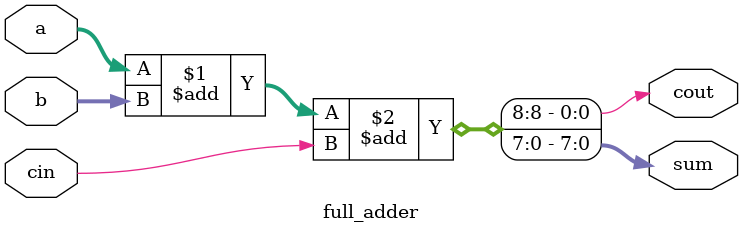
<source format=v>
`timescale 1ns/1ns
module full_adder #(parameter N=8)
		  (input [N-1:0]a,
		  input [N-1:0]b,
		  input cin,
		  output [N-1:0]sum,
		  output cout);
	  
	  assign {cout,sum}= a+b+cin;
	  
endmodule


</source>
